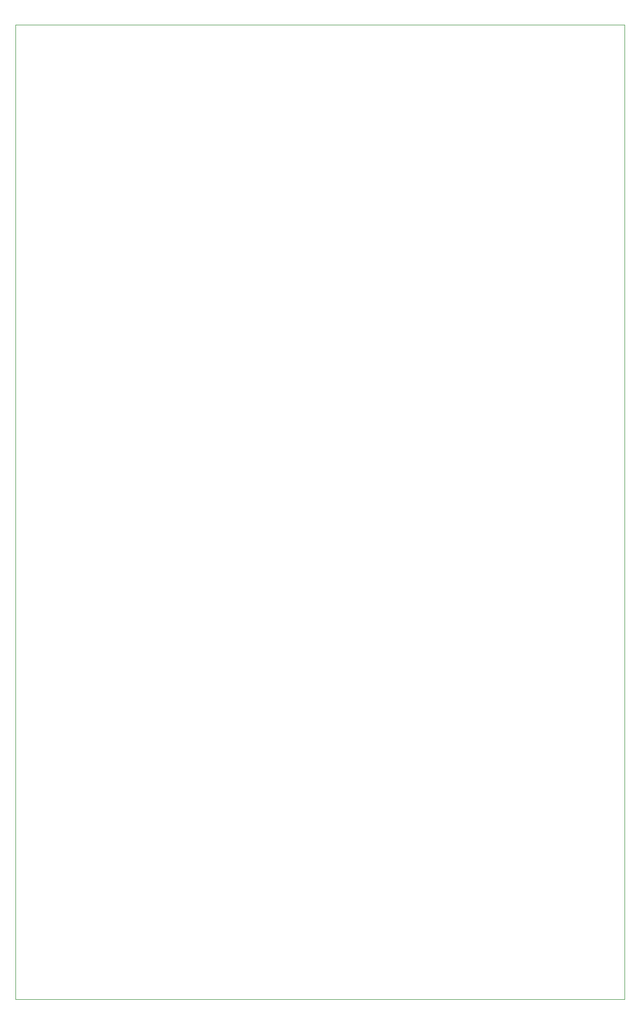
<source format=gbr>
G04 #@! TF.GenerationSoftware,KiCad,Pcbnew,(5.1.6)-1*
G04 #@! TF.CreationDate,2020-12-21T18:52:40-08:00*
G04 #@! TF.ProjectId,12v1a_psu,31327631-615f-4707-9375-2e6b69636164,1.0*
G04 #@! TF.SameCoordinates,Original*
G04 #@! TF.FileFunction,Profile,NP*
%FSLAX46Y46*%
G04 Gerber Fmt 4.6, Leading zero omitted, Abs format (unit mm)*
G04 Created by KiCad (PCBNEW (5.1.6)-1) date 2020-12-21 18:52:40*
%MOMM*%
%LPD*%
G01*
G04 APERTURE LIST*
G04 #@! TA.AperFunction,Profile*
%ADD10C,0.050000*%
G04 #@! TD*
G04 APERTURE END LIST*
D10*
X40000000Y-185000000D02*
X40000000Y-25000000D01*
X140000000Y-185000000D02*
X40000000Y-185000000D01*
X140000000Y-25000000D02*
X140000000Y-185000000D01*
X40000000Y-25000000D02*
X140000000Y-25000000D01*
M02*

</source>
